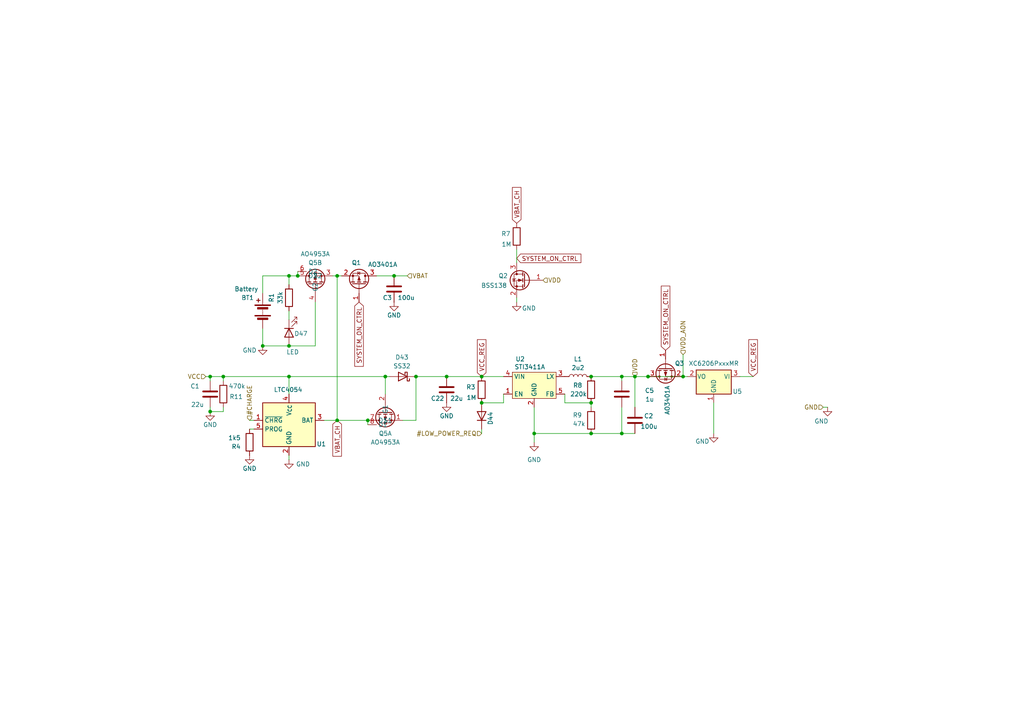
<source format=kicad_sch>
(kicad_sch (version 20231120) (generator "eeschema") (generator_version "8.0")
  (paper "A4")
  (title_block (title "Power") (rev "PY/A1 (1.0)") (company "MOTIV.PW"))
  (lib_symbols
    (symbol "Battery_Management:LTC4054ES5-4.2"
      (property "Reference" "U" (at -5.842 6.604 0))
      (property "Value" "LTC4054ES5-4.2" (at 1.524 6.604 0))
      (symbol "LTC4054ES5-4.2_0_1"
        (rectangle (start -7.62 5.08) (end 7.62 -7.62) (stroke (width 0.254)) (fill (type background)))
      )
      (symbol "LTC4054ES5-4.2_1_1"
        (pin open_collector line (at -10.16 0 0) (length 2.54) (name "~{CHRG}") (number "1"))
        (pin power_in line (at 0 -10.16 90) (length 2.54) (name "GND") (number "2"))
        (pin power_out line (at 10.16 0 180) (length 2.54) (name "BAT") (number "3"))
        (pin power_in line (at 0 7.62 270) (length 2.54) (name "V_{CC}") (number "4"))
        (pin bidirectional line (at -10.16 -2.54 0) (length 2.54) (name "PROG") (number "5"))
      )
    )
    (symbol "Device:Battery" (pin_numbers hide) (pin_names (offset 0) hide)
      (property "Reference" "BT" (at 2.54 2.54 0))
      (property "Value" "Battery" (at 2.54 0 0))
      (symbol "Battery_0_1"
        (rectangle (start -2.286 -1.27) (end 2.286 -1.524) (fill (type outline)))
        (rectangle (start -2.286 1.778) (end 2.286 1.524) (fill (type outline)))
        (rectangle (start -1.524 -2.032) (end 1.524 -2.54) (fill (type outline)))
        (rectangle (start -1.524 1.016) (end 1.524 0.508) (fill (type outline)))
        (polyline (pts (xy 0 -1.016) (xy 0 -0.762)))
        (polyline (pts (xy 0 -0.508) (xy 0 -0.254)))
        (polyline (pts (xy 0 0) (xy 0 0.254)))
        (polyline (pts (xy 0 1.778) (xy 0 2.54)))
        (polyline (pts (xy 0.762 3.048) (xy 1.778 3.048)) (stroke (width 0.254)))
        (polyline (pts (xy 1.27 3.556) (xy 1.27 2.54)) (stroke (width 0.254)))
      )
      (symbol "Battery_1_1"
        (pin passive line (at 0 5.08 270) (length 2.54) (name "+") (number "1"))
        (pin passive line (at 0 -5.08 90) (length 2.54) (name "-") (number "2"))
      )
    )
    (symbol "Device:C" (pin_numbers hide) (pin_names (offset 0.254))
      (property "Reference" "C" (at 0.635 2.54 0))
      (property "Value" "C" (at 0.635 -2.54 0))
      (symbol "C_0_1"
        (polyline (pts (xy -2.032 -0.762) (xy 2.032 -0.762)) (stroke (width 0.508)))
        (polyline (pts (xy -2.032 0.762) (xy 2.032 0.762)) (stroke (width 0.508)))
      )
      (symbol "C_1_1"
        (pin passive line (at 0 3.81 270) (length 2.794) (name "~") (number "1"))
        (pin passive line (at 0 -3.81 90) (length 2.794) (name "~") (number "2"))
      )
    )
    (symbol "Device:D" (pin_numbers hide) (pin_names (offset 1.016) hide)
      (property "Reference" "D" (at 0 2.54 0))
      (property "Value" "D" (at 0 -2.54 0))
      (symbol "D_0_1"
        (polyline (pts (xy -1.27 1.27) (xy -1.27 -1.27)) (stroke (width 0.254)))
        (polyline (pts (xy 1.27 0) (xy -1.27 0)))
        (polyline (pts (xy 1.27 1.27) (xy 1.27 -1.27) (xy -1.27 0) (xy 1.27 1.27)) (stroke (width 0.254)))
      )
      (symbol "D_1_1"
        (pin passive line (at -3.81 0 0) (length 2.54) (name "K") (number "1"))
        (pin passive line (at 3.81 0 180) (length 2.54) (name "A") (number "2"))
      )
    )
    (symbol "Device:L" (pin_numbers hide) (pin_names (offset 1.016) hide)
      (property "Reference" "L" (at -1.27 0 90))
      (property "Value" "L" (at 1.905 0 90))
      (symbol "L_0_1"
        (arc (start 0 -2.54) (mid 0.6323 -1.905) (end 0 -1.27))
        (arc (start 0 -1.27) (mid 0.6323 -0.635) (end 0 0))
        (arc (start 0 0) (mid 0.6323 0.635) (end 0 1.27))
        (arc (start 0 1.27) (mid 0.6323 1.905) (end 0 2.54))
      )
      (symbol "L_1_1"
        (pin passive line (at 0 3.81 270) (length 1.27) (name "1") (number "1"))
        (pin passive line (at 0 -3.81 90) (length 1.27) (name "2") (number "2"))
      )
    )
    (symbol "Device:LED" (pin_numbers hide) (pin_names (offset 1.016) hide)
      (property "Reference" "D" (at 0 2.54 0))
      (property "Value" "LED" (at 0 -2.54 0))
      (symbol "LED_0_1"
        (polyline (pts (xy -1.27 -1.27) (xy -1.27 1.27)) (stroke (width 0.254)))
        (polyline (pts (xy -1.27 0) (xy 1.27 0)))
        (polyline (pts (xy 1.27 -1.27) (xy 1.27 1.27) (xy -1.27 0) (xy 1.27 -1.27)) (stroke (width 0.254)))
        (polyline (pts (xy -3.048 -0.762) (xy -4.572 -2.286) (xy -3.81 -2.286) (xy -4.572 -2.286) (xy -4.572 -1.524)))
        (polyline (pts (xy -1.778 -0.762) (xy -3.302 -2.286) (xy -2.54 -2.286) (xy -3.302 -2.286) (xy -3.302 -1.524)))
      )
      (symbol "LED_1_1"
        (pin passive line (at -3.81 0 0) (length 2.54) (name "K") (number "1"))
        (pin passive line (at 3.81 0 180) (length 2.54) (name "A") (number "2"))
      )
    )
    (symbol "Device:R" (pin_numbers hide) (pin_names (offset 0))
      (property "Reference" "R" (at 2.032 0 90))
      (property "Value" "R" (at 0 0 90))
      (symbol "R_0_1"
        (rectangle (start -1.016 -2.54) (end 1.016 2.54) (stroke (width 0.254)))
      )
      (symbol "R_1_1"
        (pin passive line (at 0 3.81 270) (length 1.27) (name "~") (number "1"))
        (pin passive line (at 0 -3.81 90) (length 1.27) (name "~") (number "2"))
      )
    )
    (symbol "Diode:SS32" (pin_numbers hide) (pin_names (offset 1.016) hide)
      (property "Reference" "D" (at 0 2.54 0))
      (property "Value" "SS32" (at 0 -2.54 0))
      (symbol "SS32_0_1"
        (polyline (pts (xy 1.27 0) (xy -1.27 0)))
        (polyline (pts (xy 1.27 1.27) (xy 1.27 -1.27) (xy -1.27 0) (xy 1.27 1.27)) (stroke (width 0.254)))
        (polyline (pts (xy -1.905 0.635) (xy -1.905 1.27) (xy -1.27 1.27) (xy -1.27 -1.27) (xy -0.635 -1.27) (xy -0.635 -0.635)) (stroke (width 0.254)))
      )
      (symbol "SS32_1_1"
        (pin passive line (at -3.81 0 0) (length 2.54) (name "K") (number "1"))
        (pin passive line (at 3.81 0 180) (length 2.54) (name "A") (number "2"))
      )
    )
    (symbol "Regulator_Linear:XC6206PxxxMR" (pin_names (offset 0.254))
      (property "Reference" "U" (at -3.81 3.175 0))
      (property "Value" "XC6206PxxxMR" (at 0 3.175 0))
      (symbol "XC6206PxxxMR_0_1"
        (rectangle (start -5.08 1.905) (end 5.08 -5.08) (stroke (width 0.254)) (fill (type background)))
      )
      (symbol "XC6206PxxxMR_1_1"
        (pin power_in line (at 0 -7.62 90) (length 2.54) (name "GND") (number "1"))
        (pin power_out line (at 7.62 0 180) (length 2.54) (name "VO") (number "2"))
        (pin power_in line (at -7.62 0 0) (length 2.54) (name "VI") (number "3"))
      )
    )
    (symbol "Transistor_FET:AO3401A" (pin_names hide)
      (property "Reference" "Q" (at 5.08 1.905 0))
      (property "Value" "AO3401A" (at 5.08 0 0))
      (symbol "AO3401A_0_1"
        (polyline (pts (xy 0.254 0) (xy -2.54 0)))
        (polyline (pts (xy 0.254 1.905) (xy 0.254 -1.905)) (stroke (width 0.254)))
        (polyline (pts (xy 0.762 -1.27) (xy 0.762 -2.286)) (stroke (width 0.254)))
        (polyline (pts (xy 0.762 0.508) (xy 0.762 -0.508)) (stroke (width 0.254)))
        (polyline (pts (xy 0.762 2.286) (xy 0.762 1.27)) (stroke (width 0.254)))
        (polyline (pts (xy 2.54 2.54) (xy 2.54 1.778)))
        (polyline (pts (xy 2.54 -2.54) (xy 2.54 0) (xy 0.762 0)))
        (polyline (pts (xy 0.762 1.778) (xy 3.302 1.778) (xy 3.302 -1.778) (xy 0.762 -1.778)))
        (polyline (pts (xy 2.286 0) (xy 1.27 0.381) (xy 1.27 -0.381) (xy 2.286 0)) (fill (type outline)))
        (polyline (pts (xy 2.794 -0.508) (xy 2.921 -0.381) (xy 3.683 -0.381) (xy 3.81 -0.254)))
        (polyline (pts (xy 3.302 -0.381) (xy 2.921 0.254) (xy 3.683 0.254) (xy 3.302 -0.381)))
        (circle (center 1.651 0) (radius 2.794) (stroke (width 0.254)))
        (circle (center 2.54 -1.778) (radius 0.254) (fill (type outline)))
        (circle (center 2.54 1.778) (radius 0.254) (fill (type outline)))
      )
      (symbol "AO3401A_1_1"
        (pin input line (at -5.08 0 0) (length 2.54) (name "G") (number "1"))
        (pin passive line (at 2.54 -5.08 90) (length 2.54) (name "S") (number "2"))
        (pin passive line (at 2.54 5.08 270) (length 2.54) (name "D") (number "3"))
      )
    )
    (symbol "Transistor_FET:BSS138" (pin_names hide)
      (property "Reference" "Q" (at 5.08 1.905 0))
      (property "Value" "BSS138" (at 5.08 0 0))
      (symbol "BSS138_0_1"
        (polyline (pts (xy 0.254 0) (xy -2.54 0)))
        (polyline (pts (xy 0.254 1.905) (xy 0.254 -1.905)) (stroke (width 0.254)))
        (polyline (pts (xy 0.762 -1.27) (xy 0.762 -2.286)) (stroke (width 0.254)))
        (polyline (pts (xy 0.762 0.508) (xy 0.762 -0.508)) (stroke (width 0.254)))
        (polyline (pts (xy 0.762 2.286) (xy 0.762 1.27)) (stroke (width 0.254)))
        (polyline (pts (xy 2.54 2.54) (xy 2.54 1.778)))
        (polyline (pts (xy 2.54 -2.54) (xy 2.54 0) (xy 0.762 0)))
        (polyline (pts (xy 0.762 -1.778) (xy 3.302 -1.778) (xy 3.302 1.778) (xy 0.762 1.778)))
        (polyline (pts (xy 1.016 0) (xy 2.032 0.381) (xy 2.032 -0.381) (xy 1.016 0)) (fill (type outline)))
        (polyline (pts (xy 2.794 0.508) (xy 2.921 0.381) (xy 3.683 0.381) (xy 3.81 0.254)))
        (polyline (pts (xy 3.302 0.381) (xy 2.921 -0.254) (xy 3.683 -0.254) (xy 3.302 0.381)))
        (circle (center 1.651 0) (radius 2.794) (stroke (width 0.254)))
        (circle (center 2.54 -1.778) (radius 0.254) (fill (type outline)))
        (circle (center 2.54 1.778) (radius 0.254) (fill (type outline)))
      )
      (symbol "BSS138_1_1"
        (pin input line (at -5.08 0 0) (length 2.54) (name "G") (number "1"))
        (pin passive line (at 2.54 -5.08 90) (length 2.54) (name "S") (number "2"))
        (pin passive line (at 2.54 5.08 270) (length 2.54) (name "D") (number "3"))
      )
    )
    (symbol "custom:AO4953A"
      (property "Reference" "Q" (at 4.572 9.652 0))
      (property "Value" "AO4953A" (at 8.636 -2.286 0))
      (symbol "AO4953A_0_1"
        (polyline (pts (xy -1.016 0) (xy -3.81 0)))
        (polyline (pts (xy -1.016 1.905) (xy -1.016 -1.905)) (stroke (width 0.254)))
        (polyline (pts (xy -0.508 -1.27) (xy -0.508 -2.286)) (stroke (width 0.254)))
        (polyline (pts (xy -0.508 0.508) (xy -0.508 -0.508)) (stroke (width 0.254)))
        (polyline (pts (xy -0.508 2.286) (xy -0.508 1.27)) (stroke (width 0.254)))
        (polyline (pts (xy 1.27 2.54) (xy 1.27 1.778)))
        (polyline (pts (xy 1.27 -2.54) (xy 1.27 0) (xy -0.508 0)))
        (polyline (pts (xy -0.508 -1.778) (xy 2.032 -1.778) (xy 2.032 1.778) (xy -0.508 1.778)))
        (polyline (pts (xy 1.27 0) (xy 0.254 -0.381) (xy 0.254 0.381) (xy 1.27 0)) (fill (type outline)))
        (polyline (pts (xy 1.524 -0.508) (xy 1.651 -0.381) (xy 2.413 -0.381) (xy 2.54 -0.254)))
        (polyline (pts (xy 2.032 -0.381) (xy 1.651 0.254) (xy 2.413 0.254) (xy 2.032 -0.381)))
        (circle (center 0.381 0) (radius 2.794) (stroke (width 0.254)))
        (circle (center 1.27 -1.778) (radius 0.254) (fill (type outline)))
        (circle (center 1.27 1.778) (radius 0.254) (fill (type outline)))
      )
      (symbol "AO4953A_1_1"
        (pin passive line (at 1.27 -5.08 90) (length 2.54) (name "S1") (number "1"))
        (pin passive line (at -6.35 0 0) (length 2.54) (name "G1") (number "2"))
        (pin passive line (at 1.27 5.08 270) (length 2.54) (name "D1") (number "7"))
        (pin passive line (at 2.54 5.08 270) (length 2.54) (name "D1") (number "8"))
      )
      (symbol "AO4953A_2_1"
        (pin passive line (at 1.27 -5.08 90) (length 2.54) (name "S2") (number "3"))
        (pin passive line (at -6.35 0 0) (length 2.54) (name "G2") (number "4"))
        (pin passive line (at 1.27 5.08 270) (length 2.54) (name "D2") (number "5"))
        (pin passive line (at 2.54 5.08 270) (length 2.54) (name "D2") (number "6"))
      )
    )
    (symbol "custom:STI3411"
      (property "Reference" "U2" (at 2.286 3.81 0))
      (property "Value" "STI3411A" (at 5.08 1.524 0))
      (symbol "STI3411_1_1"
        (rectangle (start 0 0) (end 12.7 -7.62) (fill (type background)))
        (pin input line (at -2.54 -6.35 0) (length 2.54) (name "EN") (number "1"))
        (pin power_in line (at 6.35 -10.16 90) (length 2.54) (name "GND") (number "2"))
        (pin power_out line (at 15.24 -1.27 180) (length 2.54) (name "LX") (number "3"))
        (pin power_in line (at -2.54 -1.27 0) (length 2.54) (name "VIN") (number "4"))
        (pin input line (at 15.24 -6.35 180) (length 2.54) (name "FB") (number "5"))
      )
    )
    (symbol "power:GND" (power) (pin_numbers hide) (pin_names (offset 0) hide)
      (property "Value" "GND" (at 0 -3.81 0))
      (symbol "GND_0_1"
        (polyline (pts (xy 0 0) (xy 0 -1.27) (xy 1.27 -1.27) (xy 0 -2.54) (xy -1.27 -1.27) (xy 0 -1.27)))
      )
      (symbol "GND_1_1"
        (pin power_in line (at 0 0 270) (length 0) (name "~") (number "1"))
      )
    )
  )
  (junction (at 111.76 109.22))
  (junction (at 184.15 109.22))
  (junction (at 139.7 109.22))
  (junction (at 76.2 100.33))
  (junction (at 198.12 109.22))
  (junction (at 83.82 109.22))
  (junction (at 83.82 100.33))
  (junction (at 154.94 125.73))
  (junction (at 129.54 109.22))
  (junction (at 171.45 109.22))
  (junction (at 180.34 109.22))
  (junction (at 120.65 109.22))
  (junction (at 171.45 116.84))
  (junction (at 106.68 121.92))
  (junction (at 86.36 80.01))
  (junction (at 60.96 119.38))
  (junction (at 83.82 80.01))
  (junction (at 180.34 125.73))
  (junction (at 97.79 121.92))
  (junction (at 97.79 80.01))
  (junction (at 64.77 109.22))
  (junction (at 187.96 109.22))
  (junction (at 114.3 80.01))
  (junction (at 139.7 116.84))
  (junction (at 171.45 125.73))
  (junction (at 60.96 109.22))
  (wire (pts (xy 83.82 80.01) (xy 86.36 80.01)))
  (wire (pts (xy 97.79 80.01) (xy 97.79 121.92)))
  (wire (pts (xy 109.22 80.01) (xy 114.3 80.01)))
  (wire (pts (xy 163.83 114.3) (xy 163.83 116.84)))
  (wire (pts (xy 214.63 109.22) (xy 218.44 109.22)))
  (wire (pts (xy 111.76 109.22) (xy 113.03 109.22)))
  (wire (pts (xy 154.94 125.73) (xy 171.45 125.73)))
  (wire (pts (xy 83.82 90.17) (xy 83.82 92.71)))
  (wire (pts (xy 91.44 100.33) (xy 83.82 100.33)))
  (wire (pts (xy 72.39 121.92) (xy 73.66 121.92)))
  (wire (pts (xy 171.45 116.84) (xy 171.45 118.11)))
  (wire (pts (xy 171.45 125.73) (xy 180.34 125.73)))
  (wire (pts (xy 120.65 109.22) (xy 120.65 121.92)))
  (wire (pts (xy 240.03 118.11) (xy 238.76 118.11)))
  (wire (pts (xy 91.44 87.63) (xy 91.44 100.33)))
  (wire (pts (xy 60.96 109.22) (xy 64.77 109.22)))
  (wire (pts (xy 76.2 80.01) (xy 83.82 80.01)))
  (wire (pts (xy 154.94 118.11) (xy 154.94 125.73)))
  (wire (pts (xy 184.15 109.22) (xy 184.15 118.11)))
  (wire (pts (xy 86.36 78.74) (xy 86.36 80.01)))
  (wire (pts (xy 59.69 109.22) (xy 60.96 109.22)))
  (wire (pts (xy 76.2 95.25) (xy 76.2 100.33)))
  (wire (pts (xy 129.54 109.22) (xy 139.7 109.22)))
  (wire (pts (xy 76.2 100.33) (xy 83.82 100.33)))
  (wire (pts (xy 64.77 110.49) (xy 64.77 109.22)))
  (wire (pts (xy 72.39 124.46) (xy 73.66 124.46)))
  (wire (pts (xy 114.3 80.01) (xy 118.11 80.01)))
  (wire (pts (xy 83.82 82.55) (xy 83.82 80.01)))
  (wire (pts (xy 120.65 109.22) (xy 129.54 109.22)))
  (wire (pts (xy 111.76 109.22) (xy 111.76 114.3)))
  (wire (pts (xy 64.77 119.38) (xy 64.77 118.11)))
  (wire (pts (xy 76.2 80.01) (xy 76.2 85.09)))
  (wire (pts (xy 64.77 109.22) (xy 83.82 109.22)))
  (wire (pts (xy 97.79 121.92) (xy 106.68 121.92)))
  (wire (pts (xy 60.96 119.38) (xy 64.77 119.38)))
  (wire (pts (xy 184.15 109.22) (xy 187.96 109.22)))
  (wire (pts (xy 180.34 109.22) (xy 184.15 109.22)))
  (wire (pts (xy 83.82 109.22) (xy 83.82 114.3)))
  (wire (pts (xy 60.96 109.22) (xy 60.96 110.49)))
  (wire (pts (xy 149.86 72.39) (xy 149.86 76.2)))
  (wire (pts (xy 198.12 102.87) (xy 198.12 109.22)))
  (wire (pts (xy 97.79 80.01) (xy 99.06 80.01)))
  (wire (pts (xy 83.82 133.35) (xy 83.82 132.08)))
  (wire (pts (xy 171.45 109.22) (xy 180.34 109.22)))
  (wire (pts (xy 96.52 80.01) (xy 97.79 80.01)))
  (wire (pts (xy 199.39 109.22) (xy 198.12 109.22)))
  (wire (pts (xy 180.34 110.49) (xy 180.34 109.22)))
  (wire (pts (xy 146.05 116.84) (xy 139.7 116.84)))
  (wire (pts (xy 106.68 121.92) (xy 106.68 123.19)))
  (wire (pts (xy 207.01 125.73) (xy 207.01 116.84)))
  (wire (pts (xy 139.7 109.22) (xy 146.05 109.22)))
  (wire (pts (xy 149.86 86.36) (xy 149.86 87.63)))
  (wire (pts (xy 146.05 114.3) (xy 146.05 116.84)))
  (wire (pts (xy 93.98 121.92) (xy 97.79 121.92)))
  (wire (pts (xy 180.34 125.73) (xy 184.15 125.73)))
  (wire (pts (xy 163.83 116.84) (xy 171.45 116.84)))
  (wire (pts (xy 120.65 121.92) (xy 116.84 121.92)))
  (wire (pts (xy 154.94 128.27) (xy 154.94 125.73)))
  (wire (pts (xy 60.96 118.11) (xy 60.96 119.38)))
  (wire (pts (xy 139.7 124.46) (xy 139.7 125.73)))
  (wire (pts (xy 180.34 118.11) (xy 180.34 125.73)))
  (wire (pts (xy 187.96 109.22) (xy 198.12 109.22)))
  (wire (pts (xy 83.82 109.22) (xy 111.76 109.22)))
  (global_label "VCC_REG" (shape input) (at 218.44 109.22 90) (property "Intersheetrefs" "${INTERSHEET_REFS}" (effects (hide yes))))
  (global_label "SYSTEM_ON_CTRL" (shape input) (at 149.86 74.93 0) (property "Intersheetrefs" "${INTERSHEET_REFS}" (effects (hide yes))))
  (global_label "VBAT_CH" (shape input) (at 97.79 121.92 270) (property "Intersheetrefs" "${INTERSHEET_REFS}" (effects (hide yes))))
  (global_label "SYSTEM_ON_CTRL" (shape input) (at 193.04 101.6 90) (property "Intersheetrefs" "${INTERSHEET_REFS}" (effects (hide yes))))
  (global_label "VBAT_CH" (shape input) (at 149.86 64.77 90) (property "Intersheetrefs" "${INTERSHEET_REFS}" (effects (hide yes))))
  (global_label "SYSTEM_ON_CTRL" (shape input) (at 104.14 87.63 270) (property "Intersheetrefs" "${INTERSHEET_REFS}" (effects (hide yes))))
  (global_label "VCC_REG" (shape input) (at 139.7 109.22 90) (property "Intersheetrefs" "${INTERSHEET_REFS}" (effects (hide yes))))
  (hierarchical_label "VDD" (shape input) (at 157.48 81.28 0))
  (hierarchical_label "VDD" (shape input) (at 184.15 109.22 90))
  (hierarchical_label "VBAT" (shape input) (at 118.11 80.01 0))
  (hierarchical_label "GND" (shape input) (at 238.76 118.11 180))
  (hierarchical_label "#CHARGE" (shape input) (at 72.39 121.92 90))
  (hierarchical_label "VDD_AON" (shape input) (at 198.12 102.87 90))
  (hierarchical_label "#LOW_POWER_REQ" (shape input) (at 139.7 125.73 180))
  (hierarchical_label "VCC" (shape input) (at 59.69 109.22 180))
  (symbol (lib_id "Transistor_FET:AO3401A") (at 193.04 106.68 90) (mirror x) (unit 1)
    (property "Reference" "Q3" (at 197.104 105.41 90))
    (property "Value" "AO3401A" (at 193.548 116.078 0))
    (property "Footprint" "Package_TO_SOT_SMD:SOT-23" (effects (hide yes)))
    (property "Datasheet" "http://www.aosmd.com/pdfs/datasheet/AO3401A.pdf" (effects (hide yes)))
    (property "Description" "-4.0A Id, -30V Vds, P-Channel MOSFET, SOT-23" (effects (hide yes)))
  )
  (symbol (lib_id "power:GND") (at 114.3 87.63 0) (unit 1)
    (property "Reference" "#PWR024" (effects (hide yes)))
    (property "Value" "GND" (at 114.3 91.44 0))
    (property "Description" "Power symbol creates a global label with name \"GND\" , ground" (effects (hide yes)))
  )
  (symbol (lib_id "Battery_Management:LTC4054ES5-4.2") (at 83.82 121.92 0) (unit 1)
    (property "Reference" "U1" (at 93.218 128.778 0))
    (property "Value" "LTC4054" (at 83.566 113.03 0))
    (property "Footprint" "Package_TO_SOT_SMD:TSOT-23-5" (effects (hide yes)))
    (property "Datasheet" "https://www.analog.com/media/en/technical-documentation/data-sheets/405442xf.pdf" (effects (hide yes)))
    (property "Description" "Constant-current/constant-voltage linear charger for single cell lithium-ion batteries with 2.9V Trickle Charge, 4.5V to 6.5V VDD, -40 to +85 degree Celsius, TSOT-23-5" (effects (hide yes)))
  )
  (symbol (lib_id "Device:C") (at 180.34 114.3 0) (mirror y) (unit 1)
    (property "Reference" "C5" (at 189.738 113.284 0) (effects (justify left)))
    (property "Value" "1u" (at 189.738 115.824 0) (effects (justify left)))
    (property "Footprint" "Capacitor_SMD:C_0805_2012Metric_Pad1.18x1.45mm_HandSolder" (effects (hide yes)))
    (property "Description" "Unpolarized capacitor" (effects (hide yes)))
  )
  (symbol (lib_id "Device:L") (at 167.64 109.22 90) (unit 1)
    (property "Reference" "L1" (at 167.64 104.14 90))
    (property "Value" "2u2" (at 167.64 106.68 90))
    (property "Footprint" "Inductor_SMD:L_Chilisin_BMRA00050530" (effects (hide yes)))
    (property "Description" "Inductor" (effects (hide yes)))
  )
  (symbol (lib_id "Device:R") (at 171.45 113.03 0) (mirror y) (unit 1)
    (property "Reference" "R8" (at 168.91 111.76 0) (effects (justify left)))
    (property "Value" "220k" (at 165.354 114.3 0) (effects (justify right)))
    (property "Footprint" "Resistor_SMD:R_0805_2012Metric_Pad1.20x1.40mm_HandSolder" (effects (hide yes)))
    (property "Description" "Resistor" (effects (hide yes)))
  )
  (symbol (lib_id "Device:R") (at 149.86 68.58 0) (mirror y) (unit 1)
    (property "Reference" "R7" (at 148.082 67.818 0) (effects (justify left)))
    (property "Value" "1M" (at 148.336 70.866 0) (effects (justify left)))
    (property "Footprint" "Resistor_SMD:R_0805_2012Metric_Pad1.20x1.40mm_HandSolder" (effects (hide yes)))
    (property "Description" "Resistor" (effects (hide yes)))
  )
  (symbol (lib_id "power:GND") (at 240.03 118.11 0) (unit 1)
    (property "Reference" "#PWR023" (effects (hide yes)))
    (property "Value" "GND" (at 240.284 122.174 0) (effects (justify right)))
    (property "Description" "Power symbol creates a global label with name \"GND\" , ground" (effects (hide yes)))
  )
  (symbol (lib_id "power:GND") (at 76.2 100.33 0) (mirror y) (unit 1)
    (property "Reference" "#PWR012" (effects (hide yes)))
    (property "Value" "GND" (at 72.39 101.6 0))
    (property "Description" "Power symbol creates a global label with name \"GND\" , ground" (effects (hide yes)))
  )
  (symbol (lib_id "power:GND") (at 72.39 132.08 0) (unit 1)
    (property "Reference" "#PWR05" (effects (hide yes)))
    (property "Value" "GND" (at 72.39 135.89 0))
    (property "Description" "Power symbol creates a global label with name \"GND\" , ground" (effects (hide yes)))
  )
  (symbol (lib_id "Device:C") (at 60.96 114.3 0) (mirror y) (unit 1)
    (property "Reference" "C1" (at 57.912 112.014 0) (effects (justify left)))
    (property "Value" "22u" (at 59.182 117.348 0) (effects (justify left)))
    (property "Footprint" "Capacitor_SMD:C_1206_3216Metric_Pad1.33x1.80mm_HandSolder" (effects (hide yes)))
    (property "Description" "Unpolarized capacitor" (effects (hide yes)))
  )
  (symbol (lib_id "custom:AO4953A") (at 111.76 120.65 90) (mirror x) (unit 1)
    (property "Reference" "Q5" (at 111.76 125.73 90))
    (property "Value" "AO4953A" (at 111.76 128.27 90))
    (property "Footprint" "Package_SO:SOP-8_3.9x4.9mm_P1.27mm" (effects (hide yes)))
  )
  (symbol (lib_id "Device:C") (at 184.15 121.92 0) (mirror y) (unit 1)
    (property "Reference" "C2" (at 189.484 120.65 0) (effects (justify left)))
    (property "Value" "100u" (at 190.754 123.698 0) (effects (justify left)))
    (property "Footprint" "Capacitor_Tantalum_SMD:CP_EIA-7343-31_Kemet-D" (effects (hide yes)))
    (property "Description" "Unpolarized capacitor" (effects (hide yes)))
  )
  (symbol (lib_id "Device:LED") (at 83.82 96.52 90) (mirror x) (unit 1)
    (property "Reference" "D47" (at 85.344 96.774 90) (effects (justify right)))
    (property "Value" "LED" (at 83.058 102.108 90) (effects (justify right)))
    (property "Footprint" "Diode_SMD:D_1206_3216Metric" (effects (hide yes)))
    (property "Description" "Light emitting diode" (effects (hide yes)))
  )
  (symbol (lib_id "Device:R") (at 83.82 86.36 0) (mirror y) (unit 1)
    (property "Reference" "R1" (at 78.74 86.36 90))
    (property "Value" "33k" (at 81.28 86.36 90))
    (property "Footprint" "Resistor_SMD:R_0805_2012Metric_Pad1.20x1.40mm_HandSolder" (effects (hide yes)))
    (property "Description" "Resistor" (effects (hide yes)))
  )
  (symbol (lib_id "Device:R") (at 64.77 114.3 0) (mirror x) (unit 1)
    (property "Reference" "R11" (at 66.548 115.062 0) (effects (justify left)))
    (property "Value" "470k" (at 66.294 112.014 0) (effects (justify left)))
    (property "Footprint" "Resistor_SMD:R_0805_2012Metric_Pad1.20x1.40mm_HandSolder" (effects (hide yes)))
    (property "Description" "Resistor" (effects (hide yes)))
  )
  (symbol (lib_id "Transistor_FET:BSS138") (at 152.4 81.28 0) (mirror y) (unit 1)
    (property "Reference" "Q2" (at 147.32 80.01 0) (effects (justify left)))
    (property "Value" "BSS138" (at 147.066 82.804 0) (effects (justify left)))
    (property "Footprint" "Package_TO_SOT_SMD:SOT-23" (effects (hide yes)))
    (property "Datasheet" "https://www.onsemi.com/pub/Collateral/BSS138-D.PDF" (effects (hide yes)))
    (property "Description" "50V Vds, 0.22A Id, N-Channel MOSFET, SOT-23" (effects (hide yes)))
  )
  (symbol (lib_id "Diode:SS32") (at 116.84 109.22 180) (unit 1)
    (property "Reference" "D43" (at 116.586 103.632 0))
    (property "Value" "SS32" (at 116.586 106.172 0))
    (property "Footprint" "Diode_SMD:D_SMA" (effects (hide yes)))
    (property "Datasheet" "https://www.vishay.com/docs/88751/ss32.pdf" (effects (hide yes)))
    (property "Description" "20V 3A Schottky Diode, SMA" (effects (hide yes)))
  )
  (symbol (lib_id "power:GND") (at 129.54 116.84 0) (unit 1)
    (property "Reference" "#PWR022" (effects (hide yes)))
    (property "Value" "GND" (at 129.54 120.65 0))
    (property "Description" "Power symbol creates a global label with name \"GND\" , ground" (effects (hide yes)))
  )
  (symbol (lib_id "custom:STI3411") (at 148.59 107.95 0) (unit 1)
    (property "Reference" "U2" (at 150.876 104.14 0))
    (property "Value" "STI3411A" (at 153.67 106.426 0))
    (property "Footprint" "Package_TO_SOT_SMD:TSOT-23-5" (effects (hide yes)))
  )
  (symbol (lib_id "custom:AO4953A") (at 91.44 81.28 90) (unit 2)
    (property "Reference" "Q5" (at 91.44 76.2 90))
    (property "Value" "AO4953A" (at 91.44 73.66 90))
    (property "Footprint" "Package_SO:SOP-8_3.9x4.9mm_P1.27mm" (effects (hide yes)))
  )
  (symbol (lib_id "Device:R") (at 171.45 121.92 0) (unit 1)
    (property "Reference" "R9" (at 166.116 120.396 0) (effects (justify left)))
    (property "Value" "47k" (at 166.116 122.936 0) (effects (justify left)))
    (property "Footprint" "Resistor_SMD:R_0805_2012Metric_Pad1.20x1.40mm_HandSolder" (effects (hide yes)))
    (property "Description" "Resistor" (effects (hide yes)))
  )
  (symbol (lib_id "power:GND") (at 83.82 133.35 0) (unit 1)
    (property "Reference" "#PWR019" (effects (hide yes)))
    (property "Value" "GND" (at 87.884 134.62 0))
    (property "Description" "Power symbol creates a global label with name \"GND\" , ground" (effects (hide yes)))
  )
  (symbol (lib_id "Regulator_Linear:XC6206PxxxMR") (at 207.01 109.22 0) (mirror y) (unit 1)
    (property "Reference" "U5" (at 213.868 113.538 0))
    (property "Value" "XC6206PxxxMR" (at 207.01 105.41 0))
    (property "Footprint" "Package_TO_SOT_SMD:SOT-23-3" (effects (hide yes)))
    (property "Datasheet" "https://www.torexsemi.com/file/xc6206/XC6206.pdf" (effects (hide yes)))
    (property "Description" "Positive 60-250mA Low Dropout Regulator, Fixed Output, SOT-23" (effects (hide yes)))
  )
  (symbol (lib_id "power:GND") (at 154.94 128.27 0) (unit 1)
    (property "Reference" "#PWR030" (effects (hide yes)))
    (property "Value" "GND" (at 154.94 133.35 0))
    (property "Description" "Power symbol creates a global label with name \"GND\" , ground" (effects (hide yes)))
  )
  (symbol (lib_id "Device:Battery") (at 76.2 90.17 0) (mirror y) (unit 1)
    (property "Reference" "BT1" (at 73.66 86.36 0) (effects (justify left)))
    (property "Value" "Battery" (at 74.93 83.82 0) (effects (justify left)))
    (property "Footprint" "footprints:LiIon18650" (effects (hide yes)))
    (property "Description" "Multiple-cell battery" (effects (hide yes)))
  )
  (symbol (lib_id "Device:R") (at 139.7 113.03 0) (mirror y) (unit 1)
    (property "Reference" "R3" (at 137.922 112.268 0) (effects (justify left)))
    (property "Value" "1M" (at 138.176 115.316 0) (effects (justify left)))
    (property "Footprint" "Resistor_SMD:R_0805_2012Metric_Pad1.20x1.40mm_HandSolder" (effects (hide yes)))
    (property "Description" "Resistor" (effects (hide yes)))
  )
  (symbol (lib_id "Device:C") (at 129.54 113.03 0) (unit 1)
    (property "Reference" "C22" (at 124.968 115.57 0) (effects (justify left)))
    (property "Value" "22u" (at 130.556 115.57 0) (effects (justify left)))
    (property "Footprint" "Capacitor_SMD:C_1206_3216Metric_Pad1.33x1.80mm_HandSolder" (effects (hide yes)))
    (property "Description" "Unpolarized capacitor" (effects (hide yes)))
  )
  (symbol (lib_id "Device:D") (at 139.7 120.65 90) (unit 1)
    (property "Reference" "D44" (at 142.24 119.38 0) (effects (justify right)))
    (property "Value" "1N4148" (effects (hide yes)))
    (property "Footprint" "Diode_SMD:D_1206_3216Metric" (effects (hide yes)))
    (property "Description" "Diode" (effects (hide yes)))
    (property "Sim.Device" "D" (effects (hide yes)))
    (property "Sim.Pins" "1=K 2=A" (effects (hide yes)))
  )
  (symbol (lib_id "power:GND") (at 207.01 125.73 0) (unit 1)
    (property "Reference" "#PWR020" (effects (hide yes)))
    (property "Value" "GND" (at 203.708 128.016 0))
    (property "Description" "Power symbol creates a global label with name \"GND\" , ground" (effects (hide yes)))
  )
  (symbol (lib_id "power:GND") (at 60.96 119.38 0) (unit 1)
    (property "Reference" "#PWR03" (effects (hide yes)))
    (property "Value" "GND" (at 60.96 123.19 0))
    (property "Description" "Power symbol creates a global label with name \"GND\" , ground" (effects (hide yes)))
  )
  (symbol (lib_id "Device:C") (at 114.3 83.82 0) (unit 1)
    (property "Reference" "C3" (at 110.998 86.36 0) (effects (justify left)))
    (property "Value" "100u" (at 115.316 86.36 0) (effects (justify left)))
    (property "Footprint" "Capacitor_Tantalum_SMD:CP_EIA-7343-31_Kemet-D" (effects (hide yes)))
    (property "Description" "Unpolarized capacitor" (effects (hide yes)))
  )
  (symbol (lib_id "Transistor_FET:AO3401A") (at 104.14 82.55 270) (mirror x) (unit 1)
    (property "Reference" "Q1" (at 103.378 76.2 90))
    (property "Value" "AO3401A" (at 110.998 76.708 90))
    (property "Footprint" "Package_TO_SOT_SMD:SOT-23" (effects (hide yes)))
    (property "Datasheet" "http://www.aosmd.com/pdfs/datasheet/AO3401A.pdf" (effects (hide yes)))
    (property "Description" "-4.0A Id, -30V Vds, P-Channel MOSFET, SOT-23" (effects (hide yes)))
  )
  (symbol (lib_id "Device:R") (at 72.39 128.27 180) (unit 1)
    (property "Reference" "R4" (at 69.85 129.54 0) (effects (justify left)))
    (property "Value" "1k5" (at 69.85 127 0) (effects (justify left)))
    (property "Footprint" "Resistor_SMD:R_0805_2012Metric_Pad1.20x1.40mm_HandSolder" (effects (hide yes)))
    (property "Description" "Resistor" (effects (hide yes)))
  )
  (symbol (lib_id "power:GND") (at 149.86 87.63 0) (unit 1)
    (property "Reference" "#PWR08" (effects (hide yes)))
    (property "Value" "GND" (at 153.416 89.408 0))
    (property "Description" "Power symbol creates a global label with name \"GND\" , ground" (effects (hide yes)))
  )
)
</source>
